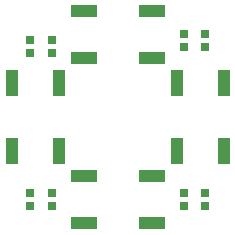
<source format=gbr>
%TF.GenerationSoftware,KiCad,Pcbnew,7.0.6*%
%TF.CreationDate,2023-08-27T19:49:05-04:00*%
%TF.ProjectId,miniclick,6d696e69-636c-4696-936b-2e6b69636164,rev?*%
%TF.SameCoordinates,Original*%
%TF.FileFunction,Paste,Top*%
%TF.FilePolarity,Positive*%
%FSLAX46Y46*%
G04 Gerber Fmt 4.6, Leading zero omitted, Abs format (unit mm)*
G04 Created by KiCad (PCBNEW 7.0.6) date 2023-08-27 19:49:05*
%MOMM*%
%LPD*%
G01*
G04 APERTURE LIST*
%ADD10R,2.200000X1.000000*%
%ADD11R,0.700000X0.700000*%
%ADD12R,1.000000X2.200000*%
G04 APERTURE END LIST*
D10*
%TO.C,SW5*%
X150900000Y-92000000D03*
X145100000Y-92000000D03*
X150900000Y-88000000D03*
X145100000Y-88000000D03*
%TD*%
%TO.C,SW2*%
X145100000Y-102000000D03*
X150900000Y-102000000D03*
X145100000Y-106000000D03*
X150900000Y-106000000D03*
%TD*%
D11*
%TO.C,D5*%
X155415000Y-91050000D03*
X155415000Y-89950000D03*
X153585000Y-89950000D03*
X153585000Y-91050000D03*
%TD*%
D12*
%TO.C,SW1*%
X157000000Y-94100000D03*
X157000000Y-99900000D03*
X153000000Y-94100000D03*
X153000000Y-99900000D03*
%TD*%
%TO.C,SW3*%
X139000000Y-99900000D03*
X139000000Y-94100000D03*
X143000000Y-99900000D03*
X143000000Y-94100000D03*
%TD*%
D11*
%TO.C,D3*%
X142415000Y-104550000D03*
X142415000Y-103450000D03*
X140585000Y-103450000D03*
X140585000Y-104550000D03*
%TD*%
%TO.C,D2*%
X140585000Y-90450000D03*
X140585000Y-91550000D03*
X142415000Y-91550000D03*
X142415000Y-90450000D03*
%TD*%
%TO.C,D4*%
X155415000Y-104550000D03*
X155415000Y-103450000D03*
X153585000Y-103450000D03*
X153585000Y-104550000D03*
%TD*%
M02*

</source>
